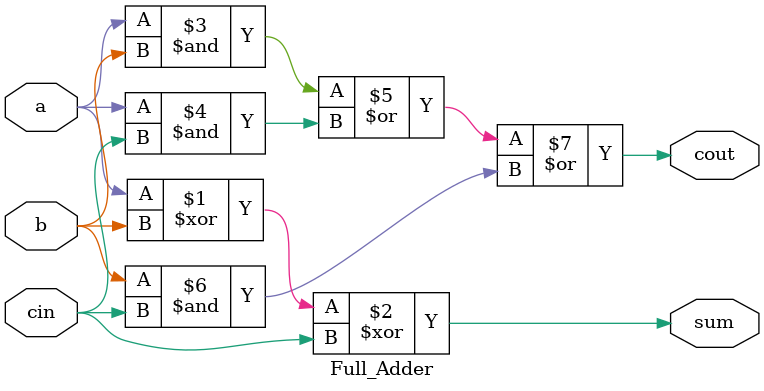
<source format=v>
`timescale 1ns / 1ps
module Full_Adder(
input a, b, cin,
output sum, cout
    );
assign sum = a^b^cin;
assign cout = (a&b)|(a&cin)|(b&cin);

endmodule

</source>
